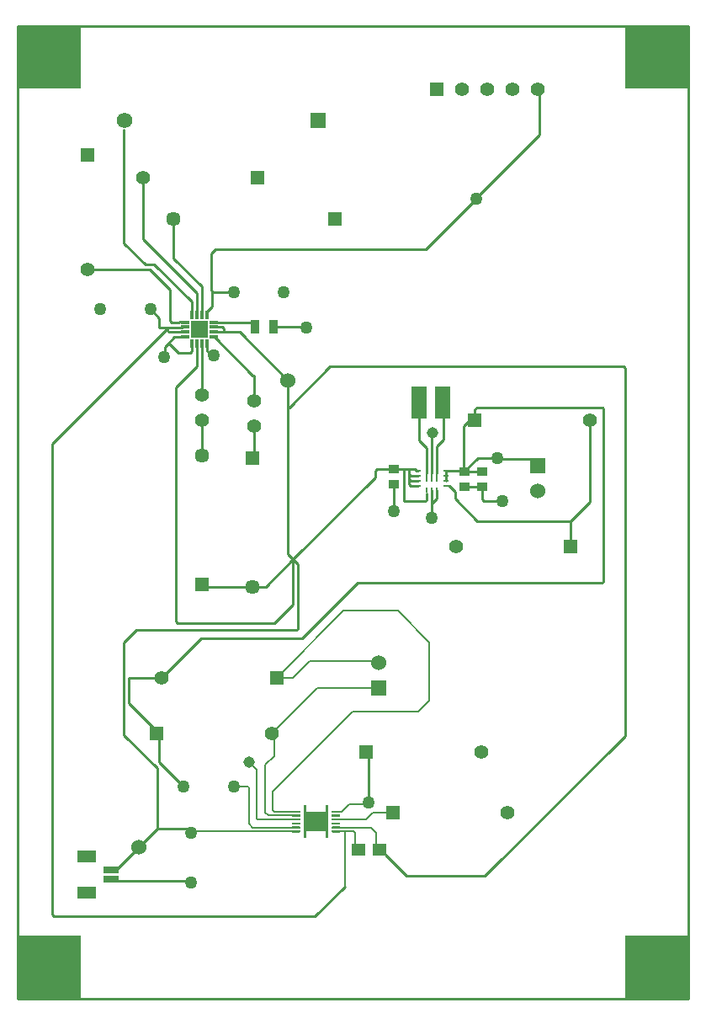
<source format=gtl>
G04*
G04 #@! TF.GenerationSoftware,Altium Limited,Altium Designer,22.0.2 (36)*
G04*
G04 Layer_Physical_Order=1*
G04 Layer_Color=255*
%FSLAX25Y25*%
%MOIN*%
G70*
G04*
G04 #@! TF.SameCoordinates,67E39877-474A-4780-B11E-DC456855A8CC*
G04*
G04*
G04 #@! TF.FilePolarity,Positive*
G04*
G01*
G75*
%ADD14C,0.01000*%
%ADD15R,0.02362X0.00945*%
%ADD16R,0.00945X0.02362*%
G04:AMPARAMS|DCode=17|XSize=33.86mil|YSize=10.24mil|CornerRadius=1.28mil|HoleSize=0mil|Usage=FLASHONLY|Rotation=0.000|XOffset=0mil|YOffset=0mil|HoleType=Round|Shape=RoundedRectangle|*
%AMROUNDEDRECTD17*
21,1,0.03386,0.00768,0,0,0.0*
21,1,0.03130,0.01024,0,0,0.0*
1,1,0.00256,0.01565,-0.00384*
1,1,0.00256,-0.01565,-0.00384*
1,1,0.00256,-0.01565,0.00384*
1,1,0.00256,0.01565,0.00384*
%
%ADD17ROUNDEDRECTD17*%
G04:AMPARAMS|DCode=18|XSize=33.86mil|YSize=10.24mil|CornerRadius=1.28mil|HoleSize=0mil|Usage=FLASHONLY|Rotation=90.000|XOffset=0mil|YOffset=0mil|HoleType=Round|Shape=RoundedRectangle|*
%AMROUNDEDRECTD18*
21,1,0.03386,0.00768,0,0,90.0*
21,1,0.03130,0.01024,0,0,90.0*
1,1,0.00256,0.00384,0.01565*
1,1,0.00256,0.00384,-0.01565*
1,1,0.00256,-0.00384,-0.01565*
1,1,0.00256,-0.00384,0.01565*
%
%ADD18ROUNDEDRECTD18*%
%ADD19R,0.06100X0.02600*%
%ADD20R,0.07500X0.05100*%
%ADD21R,0.03858X0.03740*%
%ADD22R,0.03622X0.05433*%
%ADD23R,0.05315X0.04921*%
%ADD24R,0.06100X0.12600*%
%ADD35R,0.05500X0.05500*%
%ADD36C,0.05500*%
%ADD37C,0.05700*%
%ADD38R,0.05700X0.05700*%
%ADD39R,0.06000X0.06000*%
%ADD40C,0.06000*%
%ADD44C,0.06200*%
%ADD45R,0.06200X0.06200*%
%ADD46R,0.05700X0.05700*%
%ADD47R,0.05500X0.05500*%
%ADD50R,0.09646X0.07677*%
%ADD51R,0.01575X0.00787*%
%ADD52R,0.00866X0.07047*%
%ADD53R,0.00945X0.07047*%
%ADD54R,0.06614X0.06614*%
%ADD55C,0.00700*%
%ADD56C,0.00800*%
%ADD57R,0.25000X0.25000*%
%ADD58C,0.01968*%
%ADD59C,0.01575*%
%ADD60C,0.04953*%
%ADD61C,0.05000*%
%ADD62C,0.04500*%
G36*
X111524Y66456D02*
X111545Y66454D01*
X111565Y66452D01*
X111586Y66448D01*
X111606Y66443D01*
X111626Y66437D01*
X111645Y66430D01*
X111664Y66423D01*
X111683Y66414D01*
X111701Y66404D01*
X111718Y66393D01*
X111735Y66382D01*
X111752Y66369D01*
X111767Y66356D01*
X111782Y66341D01*
X111796Y66326D01*
X111810Y66311D01*
X111822Y66294D01*
X111834Y66277D01*
X111845Y66260D01*
X111855Y66242D01*
X111864Y66223D01*
X111872Y66204D01*
X111878Y66185D01*
X111884Y66165D01*
X111889Y66145D01*
X111893Y66125D01*
X111896Y66104D01*
X111897Y66084D01*
X111898Y66063D01*
X111897Y66042D01*
X111896Y66022D01*
X111893Y66001D01*
X111889Y65981D01*
X111884Y65961D01*
X111878Y65941D01*
X111872Y65922D01*
X111864Y65903D01*
X111855Y65884D01*
X111845Y65866D01*
X111834Y65849D01*
X111822Y65832D01*
X111810Y65815D01*
X111796Y65799D01*
X111782Y65785D01*
X111767Y65770D01*
X111752Y65757D01*
X111735Y65745D01*
X111718Y65733D01*
X111701Y65722D01*
X111683Y65712D01*
X111664Y65703D01*
X111645Y65695D01*
X111626Y65689D01*
X111606Y65683D01*
X111586Y65678D01*
X111565Y65674D01*
X111545Y65671D01*
X111524Y65670D01*
X111504Y65669D01*
X108551D01*
Y66457D01*
X111504D01*
X111524Y66456D01*
D02*
G37*
G36*
Y68031D02*
X111545Y68029D01*
X111565Y68027D01*
X111586Y68023D01*
X111606Y68018D01*
X111626Y68012D01*
X111645Y68005D01*
X111664Y67997D01*
X111683Y67989D01*
X111701Y67979D01*
X111718Y67968D01*
X111735Y67956D01*
X111752Y67944D01*
X111767Y67930D01*
X111782Y67916D01*
X111796Y67901D01*
X111810Y67886D01*
X111822Y67869D01*
X111834Y67852D01*
X111845Y67835D01*
X111855Y67817D01*
X111864Y67798D01*
X111872Y67779D01*
X111878Y67760D01*
X111884Y67740D01*
X111889Y67720D01*
X111893Y67699D01*
X111896Y67679D01*
X111897Y67658D01*
X111898Y67638D01*
X111897Y67617D01*
X111896Y67597D01*
X111893Y67576D01*
X111889Y67556D01*
X111884Y67536D01*
X111878Y67516D01*
X111872Y67497D01*
X111864Y67478D01*
X111855Y67459D01*
X111845Y67441D01*
X111834Y67423D01*
X111822Y67406D01*
X111810Y67390D01*
X111796Y67374D01*
X111782Y67359D01*
X111767Y67345D01*
X111752Y67332D01*
X111735Y67319D01*
X111718Y67308D01*
X111701Y67297D01*
X111683Y67287D01*
X111664Y67278D01*
X111645Y67270D01*
X111626Y67263D01*
X111606Y67257D01*
X111586Y67253D01*
X111565Y67249D01*
X111545Y67246D01*
X111524Y67245D01*
X111504Y67244D01*
X108551D01*
Y68032D01*
X111504D01*
X111524Y68031D01*
D02*
G37*
G36*
Y69606D02*
X111545Y69604D01*
X111565Y69601D01*
X111586Y69598D01*
X111606Y69593D01*
X111626Y69587D01*
X111645Y69580D01*
X111664Y69572D01*
X111683Y69563D01*
X111701Y69554D01*
X111718Y69543D01*
X111735Y69531D01*
X111752Y69519D01*
X111767Y69505D01*
X111782Y69491D01*
X111796Y69476D01*
X111810Y69460D01*
X111822Y69444D01*
X111834Y69427D01*
X111845Y69410D01*
X111855Y69391D01*
X111864Y69373D01*
X111872Y69354D01*
X111878Y69334D01*
X111884Y69314D01*
X111889Y69294D01*
X111893Y69274D01*
X111896Y69254D01*
X111897Y69233D01*
X111898Y69213D01*
X111897Y69192D01*
X111896Y69172D01*
X111893Y69151D01*
X111889Y69131D01*
X111884Y69111D01*
X111878Y69091D01*
X111872Y69072D01*
X111864Y69052D01*
X111855Y69034D01*
X111845Y69016D01*
X111834Y68998D01*
X111822Y68981D01*
X111810Y68965D01*
X111796Y68949D01*
X111782Y68934D01*
X111767Y68920D01*
X111752Y68907D01*
X111735Y68894D01*
X111718Y68882D01*
X111701Y68872D01*
X111683Y68862D01*
X111664Y68853D01*
X111645Y68845D01*
X111626Y68838D01*
X111606Y68832D01*
X111586Y68827D01*
X111565Y68824D01*
X111545Y68821D01*
X111524Y68819D01*
X111504Y68819D01*
X108551D01*
Y69606D01*
X111504D01*
X111524Y69606D01*
D02*
G37*
G36*
Y71181D02*
X111545Y71179D01*
X111565Y71176D01*
X111586Y71172D01*
X111606Y71168D01*
X111626Y71162D01*
X111645Y71155D01*
X111664Y71147D01*
X111683Y71138D01*
X111701Y71128D01*
X111718Y71118D01*
X111735Y71106D01*
X111752Y71093D01*
X111767Y71080D01*
X111782Y71066D01*
X111796Y71051D01*
X111810Y71035D01*
X111822Y71019D01*
X111834Y71002D01*
X111845Y70984D01*
X111855Y70966D01*
X111864Y70947D01*
X111872Y70929D01*
X111878Y70909D01*
X111884Y70889D01*
X111889Y70869D01*
X111893Y70849D01*
X111896Y70828D01*
X111897Y70808D01*
X111898Y70787D01*
X111897Y70767D01*
X111896Y70746D01*
X111893Y70726D01*
X111889Y70706D01*
X111884Y70685D01*
X111878Y70666D01*
X111872Y70646D01*
X111864Y70627D01*
X111855Y70609D01*
X111845Y70591D01*
X111834Y70573D01*
X111822Y70556D01*
X111810Y70540D01*
X111796Y70524D01*
X111782Y70509D01*
X111767Y70495D01*
X111752Y70481D01*
X111735Y70469D01*
X111718Y70457D01*
X111701Y70446D01*
X111683Y70437D01*
X111664Y70428D01*
X111645Y70420D01*
X111626Y70413D01*
X111606Y70407D01*
X111586Y70402D01*
X111565Y70399D01*
X111545Y70396D01*
X111524Y70394D01*
X111504Y70394D01*
X108551D01*
Y71181D01*
X111504D01*
X111524Y71181D01*
D02*
G37*
G36*
Y72755D02*
X111545Y72754D01*
X111565Y72751D01*
X111586Y72747D01*
X111606Y72742D01*
X111626Y72737D01*
X111645Y72730D01*
X111664Y72722D01*
X111683Y72713D01*
X111701Y72703D01*
X111718Y72692D01*
X111735Y72681D01*
X111752Y72668D01*
X111767Y72655D01*
X111782Y72641D01*
X111796Y72626D01*
X111810Y72610D01*
X111822Y72594D01*
X111834Y72577D01*
X111845Y72559D01*
X111855Y72541D01*
X111864Y72522D01*
X111872Y72503D01*
X111878Y72484D01*
X111884Y72464D01*
X111889Y72444D01*
X111893Y72424D01*
X111896Y72403D01*
X111897Y72383D01*
X111898Y72362D01*
X111897Y72342D01*
X111896Y72321D01*
X111893Y72301D01*
X111889Y72280D01*
X111884Y72260D01*
X111878Y72241D01*
X111872Y72221D01*
X111864Y72202D01*
X111855Y72184D01*
X111845Y72165D01*
X111834Y72148D01*
X111822Y72131D01*
X111810Y72114D01*
X111796Y72099D01*
X111782Y72084D01*
X111767Y72070D01*
X111752Y72056D01*
X111735Y72044D01*
X111718Y72032D01*
X111701Y72021D01*
X111683Y72011D01*
X111664Y72003D01*
X111645Y71995D01*
X111626Y71988D01*
X111606Y71982D01*
X111586Y71977D01*
X111565Y71973D01*
X111545Y71971D01*
X111524Y71969D01*
X111504Y71969D01*
X108551D01*
Y72756D01*
X111504D01*
X111524Y72755D01*
D02*
G37*
G36*
Y74330D02*
X111545Y74329D01*
X111565Y74326D01*
X111586Y74322D01*
X111606Y74317D01*
X111626Y74311D01*
X111645Y74305D01*
X111664Y74297D01*
X111683Y74288D01*
X111701Y74278D01*
X111718Y74267D01*
X111735Y74256D01*
X111752Y74243D01*
X111767Y74230D01*
X111782Y74215D01*
X111796Y74200D01*
X111810Y74185D01*
X111822Y74168D01*
X111834Y74151D01*
X111845Y74134D01*
X111855Y74116D01*
X111864Y74097D01*
X111872Y74078D01*
X111878Y74059D01*
X111884Y74039D01*
X111889Y74019D01*
X111893Y73999D01*
X111896Y73978D01*
X111897Y73958D01*
X111898Y73937D01*
X111897Y73916D01*
X111896Y73896D01*
X111893Y73875D01*
X111889Y73855D01*
X111884Y73835D01*
X111878Y73815D01*
X111872Y73796D01*
X111864Y73777D01*
X111855Y73758D01*
X111845Y73740D01*
X111834Y73723D01*
X111822Y73706D01*
X111810Y73689D01*
X111796Y73674D01*
X111782Y73659D01*
X111767Y73644D01*
X111752Y73631D01*
X111735Y73619D01*
X111718Y73607D01*
X111701Y73596D01*
X111683Y73586D01*
X111664Y73577D01*
X111645Y73570D01*
X111626Y73563D01*
X111606Y73557D01*
X111586Y73552D01*
X111565Y73548D01*
X111545Y73545D01*
X111524Y73544D01*
X111504Y73543D01*
X108551D01*
Y74331D01*
X111504D01*
X111524Y74330D01*
D02*
G37*
G36*
X122823Y63504D02*
X121839D01*
Y66161D01*
X114161D01*
Y63504D01*
X113177D01*
Y76496D01*
X114161D01*
Y73839D01*
X121839D01*
Y76496D01*
X122823D01*
Y63504D01*
D02*
G37*
G36*
X127449Y73543D02*
X124496D01*
X124476Y73544D01*
X124455Y73545D01*
X124434Y73548D01*
X124414Y73552D01*
X124394Y73557D01*
X124374Y73563D01*
X124355Y73570D01*
X124336Y73577D01*
X124317Y73586D01*
X124299Y73596D01*
X124282Y73607D01*
X124265Y73619D01*
X124248Y73631D01*
X124233Y73644D01*
X124218Y73659D01*
X124204Y73674D01*
X124190Y73689D01*
X124178Y73706D01*
X124166Y73723D01*
X124155Y73740D01*
X124145Y73758D01*
X124136Y73777D01*
X124128Y73796D01*
X124122Y73815D01*
X124116Y73835D01*
X124111Y73855D01*
X124107Y73875D01*
X124104Y73896D01*
X124103Y73916D01*
X124102Y73937D01*
X124103Y73958D01*
X124104Y73978D01*
X124107Y73999D01*
X124111Y74019D01*
X124116Y74039D01*
X124122Y74059D01*
X124128Y74078D01*
X124136Y74097D01*
X124145Y74116D01*
X124155Y74134D01*
X124166Y74151D01*
X124178Y74168D01*
X124190Y74185D01*
X124204Y74200D01*
X124218Y74215D01*
X124233Y74230D01*
X124248Y74243D01*
X124265Y74256D01*
X124282Y74267D01*
X124299Y74278D01*
X124317Y74288D01*
X124336Y74297D01*
X124355Y74305D01*
X124374Y74311D01*
X124394Y74317D01*
X124414Y74322D01*
X124434Y74326D01*
X124455Y74329D01*
X124476Y74330D01*
X124496Y74331D01*
X127449D01*
Y73543D01*
D02*
G37*
G36*
Y71969D02*
X124496D01*
X124476Y71969D01*
X124455Y71971D01*
X124434Y71973D01*
X124414Y71977D01*
X124394Y71982D01*
X124374Y71988D01*
X124355Y71995D01*
X124336Y72003D01*
X124317Y72011D01*
X124299Y72021D01*
X124282Y72032D01*
X124265Y72044D01*
X124248Y72056D01*
X124233Y72070D01*
X124218Y72084D01*
X124204Y72099D01*
X124190Y72114D01*
X124178Y72131D01*
X124166Y72148D01*
X124155Y72165D01*
X124145Y72184D01*
X124136Y72202D01*
X124128Y72221D01*
X124122Y72241D01*
X124116Y72260D01*
X124111Y72280D01*
X124107Y72301D01*
X124104Y72321D01*
X124103Y72342D01*
X124102Y72362D01*
X124103Y72383D01*
X124104Y72403D01*
X124107Y72424D01*
X124111Y72444D01*
X124116Y72464D01*
X124122Y72484D01*
X124128Y72503D01*
X124136Y72522D01*
X124145Y72541D01*
X124155Y72559D01*
X124166Y72577D01*
X124178Y72594D01*
X124190Y72610D01*
X124204Y72626D01*
X124218Y72641D01*
X124233Y72655D01*
X124248Y72668D01*
X124265Y72681D01*
X124282Y72692D01*
X124299Y72703D01*
X124317Y72713D01*
X124336Y72722D01*
X124355Y72730D01*
X124374Y72737D01*
X124394Y72742D01*
X124414Y72747D01*
X124434Y72751D01*
X124455Y72754D01*
X124476Y72755D01*
X124496Y72756D01*
X127449D01*
Y71969D01*
D02*
G37*
G36*
Y70394D02*
X124496D01*
X124476Y70394D01*
X124455Y70396D01*
X124434Y70399D01*
X124414Y70402D01*
X124394Y70407D01*
X124374Y70413D01*
X124355Y70420D01*
X124336Y70428D01*
X124317Y70437D01*
X124299Y70446D01*
X124282Y70457D01*
X124265Y70469D01*
X124248Y70481D01*
X124233Y70495D01*
X124218Y70509D01*
X124204Y70524D01*
X124190Y70540D01*
X124178Y70556D01*
X124166Y70573D01*
X124155Y70591D01*
X124145Y70609D01*
X124136Y70627D01*
X124128Y70646D01*
X124122Y70666D01*
X124116Y70685D01*
X124111Y70706D01*
X124107Y70726D01*
X124104Y70746D01*
X124103Y70767D01*
X124102Y70787D01*
X124103Y70808D01*
X124104Y70828D01*
X124107Y70849D01*
X124111Y70869D01*
X124116Y70889D01*
X124122Y70909D01*
X124128Y70929D01*
X124136Y70947D01*
X124145Y70966D01*
X124155Y70984D01*
X124166Y71002D01*
X124178Y71019D01*
X124190Y71035D01*
X124204Y71051D01*
X124218Y71066D01*
X124233Y71080D01*
X124248Y71093D01*
X124265Y71106D01*
X124282Y71118D01*
X124299Y71128D01*
X124317Y71138D01*
X124336Y71147D01*
X124355Y71155D01*
X124374Y71162D01*
X124394Y71168D01*
X124414Y71172D01*
X124434Y71176D01*
X124455Y71179D01*
X124476Y71181D01*
X124496Y71181D01*
X127449D01*
Y70394D01*
D02*
G37*
G36*
Y68819D02*
X124496D01*
X124476Y68819D01*
X124455Y68821D01*
X124434Y68824D01*
X124414Y68827D01*
X124394Y68832D01*
X124374Y68838D01*
X124355Y68845D01*
X124336Y68853D01*
X124317Y68862D01*
X124299Y68872D01*
X124282Y68882D01*
X124265Y68894D01*
X124248Y68907D01*
X124233Y68920D01*
X124218Y68934D01*
X124204Y68949D01*
X124190Y68965D01*
X124178Y68981D01*
X124166Y68998D01*
X124155Y69016D01*
X124145Y69034D01*
X124136Y69052D01*
X124128Y69072D01*
X124122Y69091D01*
X124116Y69111D01*
X124111Y69131D01*
X124107Y69151D01*
X124104Y69172D01*
X124103Y69192D01*
X124102Y69213D01*
X124103Y69233D01*
X124104Y69254D01*
X124107Y69274D01*
X124111Y69294D01*
X124116Y69314D01*
X124122Y69334D01*
X124128Y69354D01*
X124136Y69373D01*
X124145Y69391D01*
X124155Y69410D01*
X124166Y69427D01*
X124178Y69444D01*
X124190Y69460D01*
X124204Y69476D01*
X124218Y69491D01*
X124233Y69505D01*
X124248Y69519D01*
X124265Y69531D01*
X124282Y69543D01*
X124299Y69554D01*
X124317Y69563D01*
X124336Y69572D01*
X124355Y69580D01*
X124374Y69587D01*
X124394Y69593D01*
X124414Y69598D01*
X124434Y69601D01*
X124455Y69604D01*
X124476Y69606D01*
X124496Y69606D01*
X127449D01*
Y68819D01*
D02*
G37*
G36*
Y67244D02*
X124496D01*
X124476Y67245D01*
X124455Y67246D01*
X124434Y67249D01*
X124414Y67253D01*
X124394Y67257D01*
X124374Y67263D01*
X124355Y67270D01*
X124336Y67278D01*
X124317Y67287D01*
X124299Y67297D01*
X124282Y67308D01*
X124265Y67319D01*
X124248Y67332D01*
X124233Y67345D01*
X124218Y67359D01*
X124204Y67374D01*
X124190Y67390D01*
X124178Y67406D01*
X124166Y67423D01*
X124155Y67441D01*
X124145Y67459D01*
X124136Y67478D01*
X124128Y67497D01*
X124122Y67516D01*
X124116Y67536D01*
X124111Y67556D01*
X124107Y67576D01*
X124104Y67597D01*
X124103Y67617D01*
X124102Y67638D01*
X124103Y67658D01*
X124104Y67679D01*
X124107Y67699D01*
X124111Y67720D01*
X124116Y67740D01*
X124122Y67760D01*
X124128Y67779D01*
X124136Y67798D01*
X124145Y67817D01*
X124155Y67835D01*
X124166Y67852D01*
X124178Y67869D01*
X124190Y67886D01*
X124204Y67901D01*
X124218Y67916D01*
X124233Y67930D01*
X124248Y67944D01*
X124265Y67956D01*
X124282Y67968D01*
X124299Y67979D01*
X124317Y67989D01*
X124336Y67997D01*
X124355Y68005D01*
X124374Y68012D01*
X124394Y68018D01*
X124414Y68023D01*
X124434Y68027D01*
X124455Y68029D01*
X124476Y68031D01*
X124496Y68032D01*
X127449D01*
Y67244D01*
D02*
G37*
G36*
Y65669D02*
X124496D01*
X124476Y65670D01*
X124455Y65671D01*
X124434Y65674D01*
X124414Y65678D01*
X124394Y65683D01*
X124374Y65689D01*
X124355Y65695D01*
X124336Y65703D01*
X124317Y65712D01*
X124299Y65722D01*
X124282Y65733D01*
X124265Y65745D01*
X124248Y65757D01*
X124233Y65770D01*
X124218Y65785D01*
X124204Y65799D01*
X124190Y65815D01*
X124178Y65832D01*
X124166Y65849D01*
X124155Y65866D01*
X124145Y65884D01*
X124136Y65903D01*
X124128Y65922D01*
X124122Y65941D01*
X124116Y65961D01*
X124111Y65981D01*
X124107Y66001D01*
X124104Y66022D01*
X124103Y66042D01*
X124102Y66063D01*
X124103Y66084D01*
X124104Y66104D01*
X124107Y66125D01*
X124111Y66145D01*
X124116Y66165D01*
X124122Y66185D01*
X124128Y66204D01*
X124136Y66223D01*
X124145Y66242D01*
X124155Y66260D01*
X124166Y66277D01*
X124178Y66294D01*
X124190Y66311D01*
X124204Y66326D01*
X124218Y66341D01*
X124233Y66356D01*
X124248Y66369D01*
X124265Y66382D01*
X124282Y66393D01*
X124299Y66404D01*
X124317Y66414D01*
X124336Y66423D01*
X124355Y66430D01*
X124374Y66437D01*
X124394Y66443D01*
X124414Y66448D01*
X124434Y66452D01*
X124455Y66454D01*
X124476Y66456D01*
X124496Y66457D01*
X127449D01*
Y65669D01*
D02*
G37*
D14*
X58103Y254000D02*
Y258000D01*
X76586Y254500D02*
X77500D01*
X74736Y256349D02*
X76586Y254500D01*
X74736Y256349D02*
Y259067D01*
X68831Y256086D02*
Y259067D01*
X61867Y261764D02*
X66134D01*
X68123Y255378D02*
X68831Y256086D01*
X60059Y258941D02*
X63622Y255378D01*
X68123D01*
X59044Y258941D02*
X61867Y261764D01*
X59044Y258941D02*
X60059D01*
X58103Y258000D02*
X59044Y258941D01*
X218293Y181000D02*
X219000D01*
X218293Y181000D02*
Y181000D01*
Y179707D02*
Y181000D01*
X218293Y178293D02*
Y179707D01*
X218293Y181000D02*
X219000Y180293D01*
X218293Y181000D02*
X218293Y181000D01*
X55093Y67343D02*
X68500D01*
X38750Y51000D02*
X55093Y67343D01*
X161500Y296500D02*
X181500Y316500D01*
Y317000D02*
X206500Y342000D01*
X78172Y296500D02*
X161500D01*
X181500Y316500D02*
Y317000D01*
X206500Y342000D02*
Y359500D01*
X163929Y208004D02*
X163957Y208032D01*
Y223675D02*
X164146Y223864D01*
X163957Y208032D02*
Y223675D01*
X182055Y214000D02*
X190000D01*
X176559Y208504D02*
X182055Y214000D01*
X205500Y213500D02*
X206500Y212500D01*
X190500Y213500D02*
X205500D01*
X190000Y214000D02*
X190500Y213500D01*
X219000Y189000D02*
X226500Y196500D01*
Y229000D01*
X76672Y273892D02*
Y278914D01*
X74779Y272000D02*
X76672Y273892D01*
X76500Y280332D02*
X77332Y279500D01*
X85500D01*
X77257D02*
X77332D01*
X76672Y278914D02*
X77257Y279500D01*
X76500Y280332D02*
Y294828D01*
X70799Y270366D02*
Y279201D01*
X49500Y300500D02*
X70799Y279201D01*
X61500Y293000D02*
X72768Y281732D01*
Y270366D02*
Y281732D01*
X76500Y294828D02*
X78172Y296500D01*
X117213Y70787D02*
X118000Y70000D01*
X81500Y263776D02*
X87724D01*
X78500D02*
X81500D01*
X80914Y265701D02*
X81500Y265115D01*
X77433Y265701D02*
X80914D01*
X81500Y263776D02*
Y265115D01*
X72799Y239201D02*
X73000Y239000D01*
X72799Y239201D02*
Y258000D01*
X87724Y263776D02*
X107000Y244500D01*
X113928Y266000D02*
X114300Y265628D01*
X101260Y266000D02*
X113928D01*
X173250Y197750D02*
X182000Y189000D01*
X219000D01*
Y181000D02*
Y189000D01*
X184626Y196874D02*
X191941D01*
X184000Y197500D02*
Y202496D01*
Y197500D02*
X184626Y196874D01*
X177000Y202496D02*
X184000D01*
X148883Y192895D02*
X149000Y193012D01*
Y203496D01*
X163929Y195741D02*
Y201291D01*
Y190190D02*
Y195741D01*
X165898Y197709D02*
Y201291D01*
X163929Y195741D02*
X165898Y197709D01*
X161414Y197000D02*
X161929Y197515D01*
Y200000D01*
X163775Y190036D02*
X163929Y190190D01*
X153000Y197000D02*
X161414D01*
X123586Y250086D02*
X239914D01*
X107500Y234000D02*
X123586Y250086D01*
X107000Y175806D02*
Y234000D01*
X107500D01*
X107000D02*
Y244500D01*
X231414Y234000D02*
X232000Y233414D01*
X181750Y234000D02*
X231414D01*
X239914Y250086D02*
X240500Y249500D01*
X181000Y233250D02*
X181750Y234000D01*
X232000Y165086D02*
Y233414D01*
X240500Y104000D02*
Y249500D01*
X181000Y231000D02*
Y233250D01*
X185000Y48500D02*
X240500Y104000D01*
X153732Y48500D02*
X185000D01*
X145390Y56842D02*
X153732Y48500D01*
X145390Y56842D02*
Y57039D01*
X143232Y59000D02*
X143429D01*
X145390Y57039D01*
X37624Y46439D02*
X67876D01*
X68500Y45815D01*
X37000Y47063D02*
X37624Y46439D01*
X56000Y265567D02*
Y269342D01*
X52342Y273000D02*
X56000Y269342D01*
X176500Y226500D02*
X181000Y231000D01*
Y229000D02*
Y231000D01*
X112500Y142500D02*
X134500Y164500D01*
X141000D01*
X176500Y208504D02*
Y226500D01*
X44000Y117000D02*
X56000Y105000D01*
Y93657D02*
Y105000D01*
X72500Y142500D02*
X112500D01*
X219000Y179000D02*
Y180293D01*
Y181000D01*
X98194Y163000D02*
X109000Y173806D01*
Y156000D02*
Y173806D01*
X93000Y163000D02*
X98194D01*
X56000Y265567D02*
X59689D01*
X117500Y32500D02*
X129345Y44345D01*
X13500Y219378D02*
X59268Y265146D01*
X14086Y32500D02*
X117500D01*
X13500Y33086D02*
X14086Y32500D01*
X13500Y33086D02*
Y219378D01*
X50500Y290500D02*
X54000D01*
X42000Y299000D02*
X50500Y290500D01*
X49500Y300500D02*
Y325000D01*
X42000Y299000D02*
Y344000D01*
X68708Y269603D02*
X68756Y269555D01*
X54000Y290500D02*
X68708Y275792D01*
X111000Y146586D02*
Y171806D01*
X109000Y173806D02*
X111000Y171806D01*
X47000Y146000D02*
X110414D01*
X111000Y146586D01*
X141000Y164500D02*
X231414Y164500D01*
X169441Y206803D02*
Y208772D01*
X169472Y206803D02*
X169500Y206776D01*
X169441Y206803D02*
X169472D01*
X169500Y204862D02*
Y206776D01*
X93500Y236500D02*
Y246500D01*
X77780Y261720D02*
X93000Y246500D01*
X76591Y261720D02*
X77780D01*
X93000Y246500D02*
X93500D01*
X42000Y141000D02*
X47000Y146000D01*
X42000Y104132D02*
Y141000D01*
Y104132D02*
X55093Y91039D01*
Y67343D02*
Y91039D01*
X57000Y127000D02*
X72500Y142500D01*
X63086Y148500D02*
X101500D01*
X62500Y149086D02*
X63086Y148500D01*
X62500Y149086D02*
Y242000D01*
X109000Y173806D02*
X141500Y206306D01*
X107000Y175806D02*
X109000Y173806D01*
X142500Y133500D02*
X143000Y133000D01*
X168650Y221150D02*
Y230500D01*
X165858Y208004D02*
Y218358D01*
X168650Y221150D01*
X231414Y164500D02*
X232000Y165086D01*
X173250Y197750D02*
Y200612D01*
X218293Y178293D02*
X219000Y179000D01*
X171000Y202862D02*
X173250Y200612D01*
X170500Y202862D02*
X171000D01*
X101500Y148500D02*
X109000Y156000D01*
X44000Y127000D02*
X57000D01*
X177000Y208504D02*
X182500D01*
X176559D02*
X177000D01*
X44000Y117000D02*
Y127000D01*
X56000Y93657D02*
X65658Y84000D01*
X139000Y77586D02*
Y98500D01*
X138000Y99500D02*
X139000Y98500D01*
X153000Y209504D02*
X155000D01*
X149000D02*
X153000D01*
X142086D02*
X149000D01*
X153000Y197000D02*
Y209504D01*
X141500Y208918D02*
X142086Y209504D01*
X141500Y206306D02*
Y208918D01*
X155000Y209504D02*
X157032D01*
X155000Y207389D02*
Y209504D01*
Y203452D02*
X155586Y202866D01*
X155000Y203452D02*
Y205420D01*
X155586Y202866D02*
X158417D01*
X155000Y205420D02*
X155586Y204835D01*
X155000Y205420D02*
Y207389D01*
X155586Y204835D02*
X158417D01*
X155586Y206803D02*
X158417D01*
X155000Y207389D02*
X155586Y206803D01*
X74000Y163000D02*
X93000D01*
Y214000D02*
X93500Y214500D01*
Y226500D01*
X176500Y208504D02*
X176559D01*
X176232Y208772D02*
X176500Y208504D01*
X169441Y208772D02*
X176232D01*
X159000Y230150D02*
X159350Y230500D01*
X159000Y221000D02*
Y230150D01*
X162000Y208004D02*
Y218000D01*
X159000Y221000D02*
X162000Y218000D01*
X157764Y208772D02*
X158417D01*
X157032Y209504D02*
X157764Y208772D01*
X73000Y164000D02*
X74000Y163000D01*
X27500Y288500D02*
X52335D01*
X60268Y280567D01*
Y268153D02*
Y280567D01*
X68708Y269603D02*
Y275792D01*
X61500Y293000D02*
Y308500D01*
X63913Y267713D02*
X64268D01*
X60268Y268153D02*
X60853Y267567D01*
X63768D02*
X63913Y267713D01*
X60853Y267567D02*
X63768D01*
X59689Y265567D02*
X65268D01*
X59268Y265146D02*
X59689Y265567D01*
X92071Y267669D02*
X93240Y266500D01*
X77433Y267669D02*
X92071D01*
X59268Y264318D02*
Y265146D01*
X59854Y263732D02*
X66134D01*
X59268Y264318D02*
X59854Y263732D01*
X73000Y215000D02*
Y229000D01*
X70799Y250299D02*
Y259067D01*
X62500Y242000D02*
X70799Y250299D01*
X138414Y77000D02*
X139000Y77586D01*
X133500Y59571D02*
X133571Y59500D01*
X142000Y59732D02*
X142232Y59500D01*
X37000Y51000D02*
X38750D01*
X68203Y47360D02*
X68500Y47657D01*
X37000Y47063D02*
X37297Y47360D01*
X0Y0D02*
X265500D01*
X0Y385000D02*
X265500D01*
Y0D02*
Y385000D01*
X0Y0D02*
Y385000D01*
D15*
X158417Y208772D02*
D03*
Y206803D02*
D03*
Y204835D02*
D03*
Y202866D02*
D03*
X169441D02*
D03*
Y204835D02*
D03*
Y206803D02*
D03*
Y208772D02*
D03*
D16*
X161961Y201291D02*
D03*
X163929D02*
D03*
X165898D02*
D03*
D17*
X77433Y267669D02*
D03*
Y265701D02*
D03*
Y263732D02*
D03*
Y261764D02*
D03*
X66134D02*
D03*
Y263732D02*
D03*
Y265701D02*
D03*
Y267669D02*
D03*
D18*
X68831Y270366D02*
D03*
X70799D02*
D03*
X72768D02*
D03*
X74736D02*
D03*
Y259067D02*
D03*
X72768D02*
D03*
X70799D02*
D03*
X68831D02*
D03*
D19*
X37000Y51000D02*
D03*
Y47063D02*
D03*
D20*
X27059Y56118D02*
D03*
Y41945D02*
D03*
D21*
X177000Y202496D02*
D03*
Y208504D02*
D03*
X184000Y202496D02*
D03*
Y208504D02*
D03*
X149000Y203496D02*
D03*
Y209504D02*
D03*
D22*
X101260Y266000D02*
D03*
X93740D02*
D03*
D23*
X134768Y59000D02*
D03*
X143232D02*
D03*
D24*
X158850Y236000D02*
D03*
X168150D02*
D03*
D35*
X55000Y105000D02*
D03*
X138000Y97500D02*
D03*
X166000Y360000D02*
D03*
X148500Y73500D02*
D03*
X95000Y325000D02*
D03*
X219000Y179000D02*
D03*
X181000Y229000D02*
D03*
X102500Y127000D02*
D03*
D36*
X100500Y105000D02*
D03*
X183500Y97500D02*
D03*
X176000Y360000D02*
D03*
X186000D02*
D03*
X196000D02*
D03*
X206000D02*
D03*
X194000Y73500D02*
D03*
X49500Y325000D02*
D03*
X173500Y179000D02*
D03*
X226500Y229000D02*
D03*
X73000D02*
D03*
Y239000D02*
D03*
X93500Y226500D02*
D03*
Y236500D02*
D03*
X27500Y288500D02*
D03*
X57000Y127000D02*
D03*
D37*
X61500Y308500D02*
D03*
X73000Y215000D02*
D03*
X93000Y163000D02*
D03*
D38*
X125500Y308500D02*
D03*
D39*
X206000Y211000D02*
D03*
X143000Y123000D02*
D03*
D40*
X107000Y244500D02*
D03*
X48000Y60000D02*
D03*
X206000Y201000D02*
D03*
X143000Y133000D02*
D03*
D44*
X42200Y347500D02*
D03*
D45*
X119000D02*
D03*
D46*
X73000Y164000D02*
D03*
X93000Y214000D02*
D03*
D47*
X27500Y334000D02*
D03*
D50*
X118000Y70000D02*
D03*
D51*
X125776Y73937D02*
D03*
Y72362D02*
D03*
Y70787D02*
D03*
Y69213D02*
D03*
Y67638D02*
D03*
Y66063D02*
D03*
X110224D02*
D03*
Y67638D02*
D03*
Y69213D02*
D03*
Y70787D02*
D03*
Y72362D02*
D03*
Y73937D02*
D03*
D52*
X165858Y208004D02*
D03*
X162000D02*
D03*
D53*
X163929D02*
D03*
D54*
X71784Y264717D02*
D03*
D55*
X91500Y93500D02*
X94500Y90500D01*
Y71287D02*
X95000Y70787D01*
X94500Y71287D02*
Y90500D01*
X95000Y70787D02*
X110224D01*
X98000Y73638D02*
Y92500D01*
Y73638D02*
X99276Y72362D01*
X110224D01*
X101336Y73937D02*
X110224D01*
X101500Y96000D02*
Y105000D01*
X68500Y65500D02*
X69063Y66063D01*
X110224D01*
X100715Y74558D02*
X101336Y73937D01*
X100715Y74558D02*
Y81714D01*
X132500Y113500D01*
X98000Y92500D02*
X101500Y96000D01*
X91500Y69086D02*
Y83414D01*
X92941Y67645D02*
X110028D01*
X91500Y69086D02*
X92941Y67645D01*
X150500Y153500D02*
X163000Y141000D01*
X158500Y113500D02*
X163000Y118000D01*
Y141000D01*
X102500Y127000D02*
X129000Y153500D01*
X150500D01*
X132500Y113500D02*
X158500D01*
X102500Y127000D02*
X109000D01*
X115500Y133500D01*
X142500D01*
X100500Y105000D02*
X118500Y123000D01*
X143000D01*
X85343Y84000D02*
X90914D01*
X91500Y83414D01*
D56*
X139862Y67638D02*
X142000Y65500D01*
X125776Y67638D02*
X139862D01*
X129345Y44345D02*
Y66063D01*
X132914D01*
X125776D02*
X129345D01*
X131126Y77000D02*
X138414D01*
X125776Y73937D02*
X128063D01*
X131126Y77000D01*
X127449Y70787D02*
X137787D01*
X140500Y73500D02*
X148500D01*
X137787Y70787D02*
X140500Y73500D01*
X132914Y66063D02*
X133500Y65477D01*
Y59571D02*
Y65477D01*
X142000Y59732D02*
Y65500D01*
D57*
X12500Y372500D02*
D03*
X253000D02*
D03*
Y12500D02*
D03*
X12500D02*
D03*
D58*
X121543Y68032D02*
D03*
Y71969D02*
D03*
X118000Y68032D02*
D03*
Y71969D02*
D03*
X114457Y68032D02*
D03*
Y71969D02*
D03*
D59*
X69500Y262433D02*
D03*
X74067D02*
D03*
Y267000D02*
D03*
X69500D02*
D03*
X71784Y264717D02*
D03*
D60*
X85500Y279500D02*
D03*
X105185D02*
D03*
X32658Y273000D02*
D03*
X52342D02*
D03*
X68500Y45815D02*
D03*
Y65500D02*
D03*
X65658Y84000D02*
D03*
X85343D02*
D03*
D61*
X77500Y254500D02*
D03*
X58000Y254000D02*
D03*
X190000Y214000D02*
D03*
X181500Y316500D02*
D03*
X114300Y265628D02*
D03*
X191941Y196874D02*
D03*
X148883Y192895D02*
D03*
X163775Y190036D02*
D03*
X139000Y77586D02*
D03*
D62*
X91500Y93500D02*
D03*
X164146Y223864D02*
D03*
M02*

</source>
